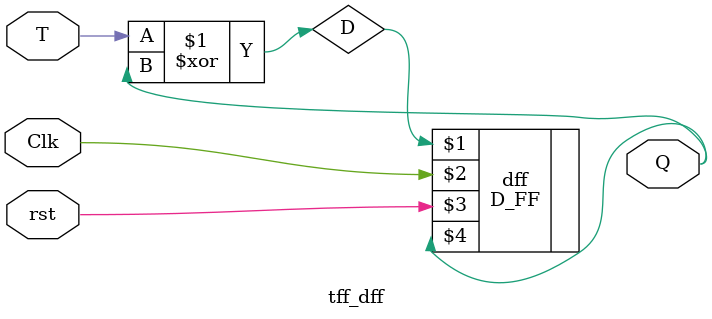
<source format=v>

module tff_dff(input T,Clk,rst, output Q);
    // here Q need not be reg since it is already one in the dff, we only draw it out with a wire
    wire D;

    assign D = T ^ Q;
    // or xor(D,T,Q)
    D_FF dff(D,Clk,rst,Q);

endmodule

</source>
